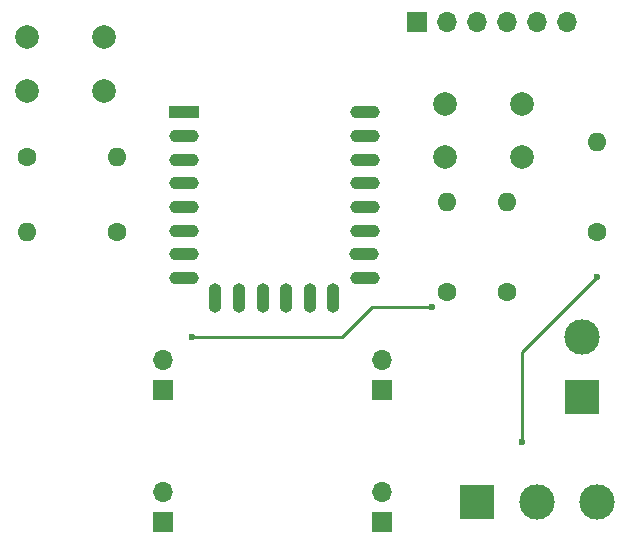
<source format=gbr>
%TF.GenerationSoftware,KiCad,Pcbnew,4.0.7*%
%TF.CreationDate,2018-03-28T14:10:15+02:00*%
%TF.ProjectId,esp8266-ws2811-pcb,657370383236362D7773323831312D70,rev?*%
%TF.FileFunction,Copper,L2,Bot,Signal*%
%FSLAX46Y46*%
G04 Gerber Fmt 4.6, Leading zero omitted, Abs format (unit mm)*
G04 Created by KiCad (PCBNEW 4.0.7) date Wed Mar 28 14:10:15 2018*
%MOMM*%
%LPD*%
G01*
G04 APERTURE LIST*
%ADD10C,0.100000*%
%ADD11R,1.700000X1.700000*%
%ADD12O,1.700000X1.700000*%
%ADD13R,3.000000X3.000000*%
%ADD14C,3.000000*%
%ADD15C,1.600000*%
%ADD16O,1.600000X1.600000*%
%ADD17C,2.000000*%
%ADD18R,2.500000X1.100000*%
%ADD19O,2.500000X1.100000*%
%ADD20O,1.100000X2.500000*%
%ADD21C,0.600000*%
%ADD22C,0.250000*%
G04 APERTURE END LIST*
D10*
D11*
X171069000Y-108585000D03*
D12*
X171069000Y-106045000D03*
D11*
X171069000Y-119761000D03*
D12*
X171069000Y-117221000D03*
D11*
X152527000Y-108585000D03*
D12*
X152527000Y-106045000D03*
D11*
X152527000Y-119761000D03*
D12*
X152527000Y-117221000D03*
D13*
X187960000Y-109220000D03*
D14*
X187960000Y-104140000D03*
D13*
X179070000Y-118110000D03*
D14*
X184150000Y-118110000D03*
X189230000Y-118110000D03*
D11*
X173990000Y-77470000D03*
D12*
X176530000Y-77470000D03*
X179070000Y-77470000D03*
X181610000Y-77470000D03*
X184150000Y-77470000D03*
X186690000Y-77470000D03*
D15*
X140970000Y-88900000D03*
D16*
X148590000Y-88900000D03*
D15*
X176530000Y-100330000D03*
D16*
X176530000Y-92710000D03*
D15*
X189230000Y-95250000D03*
D16*
X189230000Y-87630000D03*
D15*
X148590000Y-95250000D03*
D16*
X140970000Y-95250000D03*
D17*
X140970000Y-83240000D03*
X140970000Y-78740000D03*
X147470000Y-83240000D03*
X147470000Y-78740000D03*
X182880000Y-84400000D03*
X182880000Y-88900000D03*
X176380000Y-84400000D03*
X176380000Y-88900000D03*
D18*
X154240000Y-85090000D03*
D19*
X154240000Y-87090000D03*
X154240000Y-89090000D03*
X154240000Y-91090000D03*
X154240000Y-93090000D03*
X154240000Y-95090000D03*
X154240000Y-97090000D03*
X154240000Y-99090000D03*
X169640000Y-99090000D03*
X169540000Y-97090000D03*
X169640000Y-95090000D03*
X169640000Y-93090000D03*
X169640000Y-91090000D03*
X169640000Y-89090000D03*
X169640000Y-87090000D03*
X169640000Y-85090000D03*
D20*
X156930000Y-100790000D03*
X158930000Y-100790000D03*
X160930000Y-100790000D03*
X162930000Y-100790000D03*
X164930000Y-100790000D03*
X166930000Y-100790000D03*
D15*
X181610000Y-100330000D03*
D16*
X181610000Y-92710000D03*
D21*
X182880000Y-113030000D03*
X189230000Y-99060000D03*
X154940000Y-104140000D03*
X175260000Y-101600000D03*
D22*
X182880000Y-105410000D02*
X182880000Y-113030000D01*
X189230000Y-99060000D02*
X182880000Y-105410000D01*
X167640000Y-104140000D02*
X154940000Y-104140000D01*
X170180000Y-101600000D02*
X167640000Y-104140000D01*
X175260000Y-101600000D02*
X170180000Y-101600000D01*
M02*

</source>
